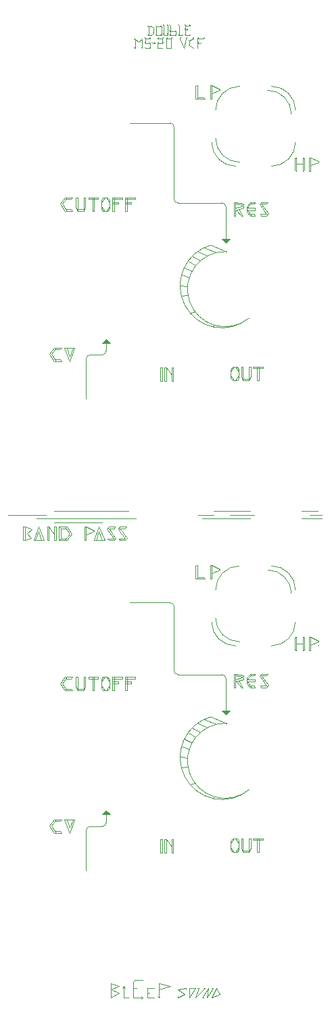
<source format=gto>
G04 #@! TF.GenerationSoftware,KiCad,Pcbnew,(6.0.0)*
G04 #@! TF.CreationDate,2022-01-31T13:07:59+01:00*
G04 #@! TF.ProjectId,MS20-VCF,4d533230-2d56-4434-962e-6b696361645f,rev?*
G04 #@! TF.SameCoordinates,Original*
G04 #@! TF.FileFunction,Legend,Top*
G04 #@! TF.FilePolarity,Positive*
%FSLAX46Y46*%
G04 Gerber Fmt 4.6, Leading zero omitted, Abs format (unit mm)*
G04 Created by KiCad (PCBNEW (6.0.0)) date 2022-01-31 13:07:59*
%MOMM*%
%LPD*%
G01*
G04 APERTURE LIST*
%ADD10C,0.120000*%
%ADD11C,0.100000*%
%ADD12O,6.700000X4.200000*%
G04 APERTURE END LIST*
D10*
X123500000Y-91000000D02*
X132750000Y-91000000D01*
X129500000Y-92500000D02*
X123500000Y-92500000D01*
X121250000Y-92000000D02*
X133750000Y-92000000D01*
X117750000Y-91500000D02*
X122500000Y-91500000D01*
X157000000Y-92000000D02*
X154500000Y-92000000D01*
X148000000Y-91000000D02*
X143500000Y-91000000D01*
X148000000Y-92000000D02*
X142000000Y-92000000D01*
X154500000Y-91000000D02*
X156500000Y-91000000D01*
X131600000Y-150500000D02*
X130600000Y-150100000D01*
X136400000Y-151700000D02*
X136600000Y-151900000D01*
X141200000Y-150700000D02*
X140400000Y-150700000D01*
X143800000Y-150700000D02*
X144200000Y-151500000D01*
X138100000Y-31900000D02*
X137500000Y-31900000D01*
X148900000Y-74700000D02*
X149100000Y-74700000D01*
X149100000Y-73200000D02*
X149600000Y-73200000D01*
X145800000Y-74700000D02*
X145600000Y-74400000D01*
X148900000Y-74700000D02*
X148900000Y-73000000D01*
X148400000Y-73200000D02*
X148900000Y-73200000D01*
X147100000Y-74500000D02*
X147900000Y-74500000D01*
X145600000Y-74100000D02*
X146000000Y-74700000D01*
X148100000Y-73000000D02*
X148100000Y-74200000D01*
X146900000Y-74200000D02*
X147100000Y-74700000D01*
X145600000Y-73300000D02*
X145800000Y-73000000D01*
X146400000Y-73000000D02*
X146600000Y-73300000D01*
X149600000Y-73200000D02*
X149600000Y-73000000D01*
X148900000Y-73200000D02*
X149100000Y-73200000D01*
X145600000Y-73600000D02*
X146000000Y-73000000D01*
X146400000Y-74700000D02*
X145800000Y-74700000D01*
X146600000Y-74100000D02*
X146200000Y-74700000D01*
X145800000Y-73000000D02*
X146400000Y-73000000D01*
X145600000Y-73300000D02*
X145600000Y-74400000D01*
X146600000Y-74400000D02*
X146600000Y-73300000D01*
X147100000Y-74700000D02*
X147900000Y-74700000D01*
X148400000Y-73000000D02*
X148400000Y-73200000D01*
X147900000Y-73000000D02*
X148100000Y-73000000D01*
X146200000Y-73000000D02*
X146600000Y-73600000D01*
X146600000Y-74400000D02*
X146400000Y-74700000D01*
X146900000Y-74200000D02*
X146900000Y-73000000D01*
X148900000Y-73000000D02*
X149100000Y-73000000D01*
X141200000Y-39500000D02*
X141200000Y-37900000D01*
X141400000Y-37800000D02*
X141400000Y-39500000D01*
X154600000Y-48500000D02*
X154800000Y-48400000D01*
X153600000Y-46900000D02*
X153800000Y-46800000D01*
X144200000Y-38300000D02*
X144200000Y-38400000D01*
X155400000Y-48500000D02*
X155600000Y-48500000D01*
X144200000Y-38400000D02*
X143200000Y-38800000D01*
X143000000Y-37800000D02*
X143200000Y-37800000D01*
X147000000Y-52800000D02*
X147000000Y-52900000D01*
X147000000Y-52900000D02*
X146200000Y-53100000D01*
X154600000Y-48500000D02*
X154600000Y-46800000D01*
D11*
X145000000Y-57500000D02*
X144500000Y-57000000D01*
X144500000Y-57000000D02*
X145500000Y-57000000D01*
X145500000Y-57000000D02*
X145000000Y-57500000D01*
G36*
X145000000Y-57500000D02*
G01*
X144500000Y-57000000D01*
X145500000Y-57000000D01*
X145000000Y-57500000D01*
G37*
X145000000Y-57500000D02*
X144500000Y-57000000D01*
X145500000Y-57000000D01*
X145000000Y-57500000D01*
D10*
X143200000Y-37800000D02*
X144200000Y-38300000D01*
X142200000Y-39300000D02*
X141400000Y-39300000D01*
X153600000Y-48400000D02*
X153800000Y-48500000D01*
X146200000Y-52600000D02*
X147000000Y-52800000D01*
X143000000Y-39500000D02*
X143000000Y-37800000D01*
X154600000Y-46800000D02*
X154800000Y-46900000D01*
X154800000Y-46900000D02*
X154800000Y-48400000D01*
X153600000Y-48400000D02*
X153600000Y-46900000D01*
X153800000Y-46800000D02*
X153800000Y-48500000D01*
X155600000Y-46800000D02*
X156600000Y-47300000D01*
X141200000Y-39500000D02*
X141400000Y-39500000D01*
X155600000Y-46800000D02*
X155600000Y-48500000D01*
X156600000Y-47300000D02*
X156600000Y-47400000D01*
X156600000Y-47400000D02*
X155600000Y-47800000D01*
X154600000Y-47600000D02*
X153800000Y-47600000D01*
X143000000Y-39500000D02*
X143200000Y-39500000D01*
X141200000Y-37900000D02*
X141400000Y-37800000D01*
X155400000Y-46800000D02*
X155600000Y-46800000D01*
X155400000Y-48500000D02*
X155400000Y-46800000D01*
X141400000Y-39500000D02*
X142400000Y-39500000D01*
X142400000Y-39500000D02*
X142200000Y-39300000D01*
X143200000Y-37800000D02*
X143200000Y-39500000D01*
X147200000Y-52600000D02*
X147200000Y-53100000D01*
X146600000Y-53300000D02*
X147100000Y-54100000D01*
X146000000Y-54100000D02*
X146200000Y-54100000D01*
X146200000Y-52400000D02*
X147200000Y-52600000D01*
X146000000Y-52400000D02*
X146200000Y-52400000D01*
X147200000Y-53100000D02*
X146200000Y-53400000D01*
X150200000Y-52400000D02*
X150100000Y-52600000D01*
X150200000Y-52400000D02*
X149400000Y-52400000D01*
X147100000Y-54100000D02*
X146900000Y-54100000D01*
X146900000Y-54100000D02*
X146300000Y-53400000D01*
X146000000Y-54100000D02*
X146000000Y-52400000D01*
X146200000Y-52400000D02*
X146200000Y-54100000D01*
X148200000Y-52400000D02*
X147600000Y-53200000D01*
X148600000Y-53100000D02*
X148600000Y-53300000D01*
X147600000Y-52900000D02*
X148000000Y-52400000D01*
X148000000Y-52400000D02*
X148600000Y-52400000D01*
X148100000Y-53900000D02*
X148500000Y-53900000D01*
X148500000Y-52600000D02*
X148600000Y-52400000D01*
X148600000Y-53400000D02*
X147700000Y-53400000D01*
X149200000Y-52700000D02*
X149600000Y-53200000D01*
X148400000Y-53100000D02*
X148600000Y-53100000D01*
X149700000Y-53400000D02*
X149600000Y-53200000D01*
X149900000Y-53300000D02*
X149800000Y-53100000D01*
X148000000Y-54100000D02*
X148600000Y-54100000D01*
X148100000Y-52600000D02*
X148500000Y-52600000D01*
X148600000Y-53300000D02*
X148600000Y-53400000D01*
X147600000Y-52900000D02*
X147600000Y-53600000D01*
X149300000Y-53900000D02*
X149400000Y-54100000D01*
X148500000Y-53900000D02*
X148600000Y-54100000D01*
X148200000Y-54100000D02*
X147600000Y-53300000D01*
X150100000Y-52600000D02*
X149400000Y-52600000D01*
X149400000Y-52400000D02*
X149200000Y-52700000D01*
X150300000Y-53800000D02*
X150100000Y-54100000D01*
X150100000Y-53900000D02*
X149300000Y-53900000D01*
X150100000Y-54100000D02*
X149400000Y-54100000D01*
X150100000Y-53900000D02*
X149700000Y-53400000D01*
X147700000Y-53100000D02*
X148400000Y-53100000D01*
X150300000Y-53800000D02*
X149900000Y-53300000D01*
X149400000Y-52600000D02*
X149800000Y-53100000D01*
X147600000Y-53600000D02*
X148000000Y-54100000D01*
X153200000Y-41400000D02*
G75*
G03*
X150200000Y-38400000I-3000001J-1D01*
G01*
X143700000Y-44400000D02*
G75*
G03*
X146700000Y-47400000I3000001J1D01*
G01*
X150700000Y-47900000D02*
G75*
G03*
X153700000Y-44900000I-1J3000001D01*
G01*
X143200000Y-44900000D02*
G75*
G03*
X146200000Y-47900000I3000001J1D01*
G01*
X146700000Y-37900000D02*
G75*
G03*
X143700000Y-40900000I1J-3000001D01*
G01*
X153700000Y-40900000D02*
G75*
G03*
X150700000Y-37900000I-3000001J-1D01*
G01*
X141100000Y-66100000D02*
X140500000Y-66200000D01*
X143500000Y-67800000D02*
X143400000Y-68000000D01*
X139400000Y-64100000D02*
X140200000Y-64000000D01*
X140414967Y-61816834D02*
X139500000Y-61500000D01*
X141200000Y-60300000D02*
X140300000Y-59800000D01*
X140200000Y-62900000D02*
X139300000Y-62800000D01*
X141800000Y-59700000D02*
X140800000Y-59200000D01*
X142700000Y-59100000D02*
X141500000Y-58600000D01*
X145100000Y-58600000D02*
X143085033Y-57783166D01*
X140700000Y-61000000D02*
X139800000Y-60600000D01*
X145085033Y-58583166D02*
G75*
G03*
X147880994Y-66910040I-200000J-4700000D01*
G01*
X143085033Y-57783165D02*
G75*
G03*
X147900000Y-66900000I1436612J-5071174D01*
G01*
X143800000Y-58700000D02*
X142300000Y-58100000D01*
X129500000Y-71500000D02*
G75*
G03*
X130000000Y-71000000I-1J500001D01*
G01*
X128000000Y-71500000D02*
G75*
G03*
X127500000Y-72000000I1J-500001D01*
G01*
X129500000Y-71500000D02*
X128000000Y-71500000D01*
X130000000Y-71000000D02*
X130000000Y-70000000D01*
X127500000Y-77000000D02*
X127500000Y-72000000D01*
D11*
X130500000Y-70000000D02*
X129500000Y-70000000D01*
X129500000Y-70000000D02*
X130000000Y-69500000D01*
X130000000Y-69500000D02*
X130500000Y-70000000D01*
G36*
X130500000Y-70000000D02*
G01*
X129500000Y-70000000D01*
X130000000Y-69500000D01*
X130500000Y-70000000D01*
G37*
X130500000Y-70000000D02*
X129500000Y-70000000D01*
X130000000Y-69500000D01*
X130500000Y-70000000D01*
D10*
X124250000Y-70800000D02*
X124450000Y-70600000D01*
X136800000Y-74800000D02*
X137000000Y-74800000D01*
X138200000Y-73100000D02*
X138400000Y-73100000D01*
X146900000Y-73000000D02*
X147100000Y-73000000D01*
X148100000Y-74200000D02*
X147900000Y-74700000D01*
X123650000Y-72100000D02*
X124250000Y-72100000D01*
X125450000Y-72300000D02*
X126050000Y-70600000D01*
X124750000Y-70600000D02*
X125450000Y-72300000D01*
X125050000Y-70600000D02*
X125450000Y-71700000D01*
X123450000Y-70600000D02*
X122850000Y-71400000D01*
X123650000Y-70800000D02*
X124250000Y-70800000D01*
X138200000Y-74000000D02*
X138200000Y-73100000D01*
X125450000Y-71700000D02*
X125850000Y-70600000D01*
X138200000Y-74800000D02*
X138200000Y-74000000D01*
X123750000Y-70600000D02*
X123150000Y-71400000D01*
X126050000Y-70600000D02*
X124750000Y-70600000D01*
X124450000Y-70600000D02*
X123450000Y-70600000D01*
X137000000Y-73100000D02*
X137000000Y-74800000D01*
X147900000Y-74700000D02*
X147900000Y-73000000D01*
X149600000Y-73000000D02*
X149100000Y-73000000D01*
X123450000Y-72300000D02*
X124450000Y-72300000D01*
X124250000Y-72100000D02*
X124450000Y-72300000D01*
X136800000Y-74800000D02*
X136800000Y-73100000D01*
X137300000Y-74800000D02*
X137500000Y-74800000D01*
X137500000Y-73100000D02*
X137500000Y-74800000D01*
X136800000Y-73100000D02*
X137000000Y-73100000D01*
X148900000Y-73000000D02*
X148400000Y-73000000D01*
X147100000Y-73000000D02*
X147100000Y-74700000D01*
X138400000Y-73100000D02*
X138400000Y-74800000D01*
X137500000Y-73100000D02*
X138200000Y-74000000D01*
X122850000Y-71400000D02*
X123450000Y-72300000D01*
X137300000Y-74800000D02*
X137300000Y-73100000D01*
X149100000Y-73000000D02*
X149100000Y-74700000D01*
X138400000Y-74800000D02*
X138200000Y-74800000D01*
X123150000Y-71400000D02*
X123750000Y-72300000D01*
X137300000Y-73100000D02*
X137500000Y-73100000D01*
X138500000Y-52000000D02*
X138500000Y-43000000D01*
X145000000Y-57000000D02*
X145000000Y-53000000D01*
X138500000Y-52000000D02*
G75*
G03*
X139000000Y-52500000I500001J1D01*
G01*
X145000000Y-53000000D02*
G75*
G03*
X144500000Y-52500000I-500001J-1D01*
G01*
X144500000Y-52500000D02*
X139000000Y-52500000D01*
X138000000Y-42500000D02*
X133000000Y-42500000D01*
X138500000Y-43000000D02*
G75*
G03*
X138000000Y-42500000I-500001J-1D01*
G01*
X138500000Y-103000000D02*
G75*
G03*
X138000000Y-102500000I-500001J-1D01*
G01*
X138500000Y-111000000D02*
X138500000Y-103000000D01*
X153700000Y-100900000D02*
G75*
G03*
X150700000Y-97900000I-3000001J-1D01*
G01*
X146700000Y-97900000D02*
G75*
G03*
X143700000Y-100900000I1J-3000001D01*
G01*
X143200000Y-104900000D02*
G75*
G03*
X146200000Y-107900000I3000001J1D01*
G01*
X150700000Y-107900000D02*
G75*
G03*
X153700000Y-104900000I-1J3000001D01*
G01*
X143700000Y-104400000D02*
G75*
G03*
X146700000Y-107400000I3000001J1D01*
G01*
X153200000Y-101400000D02*
G75*
G03*
X150200000Y-98400000I-3000001J-1D01*
G01*
X143200000Y-97800000D02*
X143200000Y-99500000D01*
X142400000Y-99500000D02*
X142200000Y-99300000D01*
X141400000Y-99500000D02*
X142400000Y-99500000D01*
X155400000Y-108500000D02*
X155400000Y-106800000D01*
X155400000Y-106800000D02*
X155600000Y-106800000D01*
X141200000Y-97900000D02*
X141400000Y-97800000D01*
X143000000Y-99500000D02*
X143200000Y-99500000D01*
X154600000Y-107600000D02*
X153800000Y-107600000D01*
X156600000Y-107400000D02*
X155600000Y-107800000D01*
X156600000Y-107800000D02*
X156600000Y-107900000D01*
X155600000Y-106800000D02*
X155600000Y-108500000D01*
X141200000Y-99500000D02*
X141400000Y-99500000D01*
X155600000Y-106800000D02*
X156600000Y-107300000D01*
X153800000Y-106800000D02*
X153800000Y-108500000D01*
X153600000Y-108400000D02*
X153600000Y-106900000D01*
X154800000Y-106900000D02*
X154800000Y-108400000D01*
X154600000Y-106800000D02*
X154800000Y-106900000D01*
X143000000Y-99500000D02*
X143000000Y-97800000D01*
X153600000Y-108400000D02*
X153800000Y-108500000D01*
X142200000Y-99300000D02*
X141400000Y-99300000D01*
X143200000Y-97800000D02*
X144200000Y-98300000D01*
X154600000Y-108500000D02*
X154600000Y-106800000D01*
X143000000Y-97800000D02*
X143200000Y-97800000D01*
X144200000Y-98400000D02*
X143200000Y-98800000D01*
X155400000Y-108500000D02*
X155600000Y-108500000D01*
X144200000Y-98300000D02*
X144200000Y-98400000D01*
X153600000Y-106900000D02*
X153800000Y-106800000D01*
X154600000Y-108500000D02*
X154800000Y-108400000D01*
X141400000Y-97800000D02*
X141400000Y-99500000D01*
X141200000Y-99500000D02*
X141200000Y-97900000D01*
X121500000Y-93600000D02*
X121100000Y-94700000D01*
X120900000Y-94700000D02*
X122200000Y-94700000D01*
X121500000Y-93000000D02*
X120900000Y-94700000D01*
X121900000Y-94700000D02*
X121500000Y-93600000D01*
X122200000Y-94700000D02*
X121500000Y-93000000D01*
X123500000Y-94700000D02*
X123500000Y-93900000D01*
X123700000Y-93000000D02*
X123700000Y-94700000D01*
X122600000Y-94700000D02*
X122800000Y-94700000D01*
X123700000Y-94700000D02*
X123500000Y-94700000D01*
X122600000Y-94700000D02*
X122600000Y-93000000D01*
X122600000Y-93000000D02*
X122800000Y-93000000D01*
X123500000Y-93900000D02*
X123500000Y-93000000D01*
X123500000Y-93000000D02*
X123700000Y-93000000D01*
X122800000Y-93000000D02*
X123500000Y-93900000D01*
X122800000Y-93000000D02*
X122800000Y-94700000D01*
X125100000Y-93000000D02*
X124100000Y-93000000D01*
X124100000Y-94700000D02*
X125100000Y-94700000D01*
X124900000Y-94500000D02*
X124300000Y-94500000D01*
X124300000Y-94500000D02*
X124100000Y-94700000D01*
X125100000Y-94700000D02*
X125700000Y-93900000D01*
X125700000Y-93900000D02*
X125100000Y-93000000D01*
X124800000Y-94700000D02*
X125400000Y-93900000D01*
X125400000Y-93900000D02*
X124800000Y-93000000D01*
X124300000Y-93200000D02*
X124300000Y-94500000D01*
X124100000Y-93000000D02*
X124100000Y-94700000D01*
X124900000Y-93200000D02*
X124300000Y-93200000D01*
X124300000Y-93200000D02*
X124100000Y-93000000D01*
X128500000Y-93500000D02*
X128500000Y-93600000D01*
X127300000Y-94700000D02*
X127500000Y-94700000D01*
X128500000Y-93600000D02*
X127500000Y-94000000D01*
X127500000Y-93000000D02*
X127500000Y-94700000D01*
X127500000Y-93000000D02*
X128500000Y-93500000D01*
X127300000Y-94700000D02*
X127300000Y-93000000D01*
X127300000Y-93000000D02*
X127500000Y-93000000D01*
X129100000Y-93600000D02*
X128700000Y-94700000D01*
X128500000Y-94700000D02*
X129800000Y-94700000D01*
X129100000Y-93000000D02*
X128500000Y-94700000D01*
X129500000Y-94700000D02*
X129100000Y-93600000D01*
X129800000Y-94700000D02*
X129100000Y-93000000D01*
X132400000Y-94500000D02*
X132000000Y-94000000D01*
X132500000Y-93000000D02*
X132400000Y-93200000D01*
X132400000Y-94700000D02*
X131700000Y-94700000D01*
X132600000Y-94400000D02*
X132400000Y-94700000D01*
X132500000Y-93000000D02*
X131700000Y-93000000D01*
X131600000Y-94500000D02*
X131700000Y-94700000D01*
X132400000Y-93200000D02*
X131700000Y-93200000D01*
X132600000Y-94400000D02*
X132200000Y-93900000D01*
X131500000Y-93300000D02*
X131900000Y-93800000D01*
X132000000Y-94000000D02*
X131900000Y-93800000D01*
X131700000Y-93200000D02*
X132100000Y-93700000D01*
X132400000Y-94500000D02*
X131600000Y-94500000D01*
X131700000Y-93000000D02*
X131500000Y-93300000D01*
X132200000Y-93900000D02*
X132100000Y-93700000D01*
X120100000Y-93800000D02*
X120700000Y-93300000D01*
X120700000Y-93300000D02*
X119800000Y-93000000D01*
X120600000Y-94400000D02*
X120100000Y-93800000D01*
X119800000Y-94700000D02*
X120600000Y-94400000D01*
X119600000Y-93000000D02*
X119800000Y-93000000D01*
X119800000Y-93000000D02*
X119800000Y-94700000D01*
X119600000Y-94700000D02*
X119600000Y-93000000D01*
X119600000Y-94700000D02*
X119800000Y-94700000D01*
X135700000Y-30400000D02*
X135300000Y-30400000D01*
X136900000Y-31500000D02*
X136800000Y-31400000D01*
X136900000Y-30400000D02*
X136800000Y-30300000D01*
X136300000Y-31500000D02*
X136200000Y-31400000D01*
X136300000Y-30400000D02*
X136200000Y-30300000D01*
X136900000Y-30400000D02*
X136300000Y-30400000D01*
X136300000Y-31500000D02*
X136900000Y-31500000D01*
X136300000Y-30400000D02*
X136300000Y-31500000D01*
X136900000Y-31500000D02*
X136900000Y-30400000D01*
X125000000Y-52000000D02*
X125600000Y-52000000D01*
X124200000Y-52600000D02*
X124800000Y-53500000D01*
X125000000Y-53300000D02*
X125600000Y-53300000D01*
X125800000Y-51800000D02*
X124800000Y-51800000D01*
X124500000Y-52600000D02*
X125100000Y-53500000D01*
X126200000Y-53000000D02*
X126400000Y-53500000D01*
X125600000Y-53300000D02*
X125800000Y-53500000D01*
X126400000Y-53300000D02*
X127200000Y-53300000D01*
X124800000Y-53500000D02*
X125800000Y-53500000D01*
X125600000Y-52000000D02*
X125800000Y-51800000D01*
X126400000Y-53500000D02*
X127200000Y-53500000D01*
X128300000Y-53500000D02*
X128300000Y-51800000D01*
X127400000Y-53000000D02*
X127200000Y-53500000D01*
X124800000Y-51800000D02*
X124200000Y-52600000D01*
X126200000Y-53000000D02*
X126200000Y-51800000D01*
X128300000Y-51800000D02*
X128500000Y-51800000D01*
X125100000Y-51800000D02*
X124500000Y-52600000D01*
X127800000Y-51800000D02*
X127800000Y-52000000D01*
X129600000Y-53500000D02*
X129400000Y-53200000D01*
X132400000Y-53500000D02*
X132400000Y-51800000D01*
X132400000Y-52000000D02*
X132600000Y-52000000D01*
X127200000Y-51800000D02*
X127400000Y-51800000D01*
X129400000Y-52100000D02*
X129600000Y-51800000D01*
X127400000Y-51800000D02*
X127400000Y-53000000D01*
X130400000Y-52900000D02*
X130000000Y-53500000D01*
X131500000Y-52600000D02*
X131500000Y-52400000D01*
X130200000Y-51800000D02*
X130400000Y-52100000D01*
X130000000Y-51800000D02*
X130400000Y-52400000D01*
X129400000Y-52100000D02*
X129400000Y-53200000D01*
X130800000Y-52600000D02*
X131500000Y-52600000D01*
X130400000Y-53200000D02*
X130200000Y-53500000D01*
X130800000Y-51800000D02*
X131000000Y-51800000D01*
X132400000Y-51800000D02*
X132600000Y-51800000D01*
X132600000Y-51800000D02*
X132600000Y-53500000D01*
X129000000Y-52000000D02*
X129000000Y-51800000D01*
X130200000Y-53500000D02*
X129600000Y-53500000D01*
X131000000Y-51800000D02*
X131000000Y-53500000D01*
X129000000Y-51800000D02*
X128500000Y-51800000D01*
X128300000Y-51800000D02*
X127800000Y-51800000D01*
X130400000Y-53200000D02*
X130400000Y-52100000D01*
X128500000Y-52000000D02*
X129000000Y-52000000D01*
X133600000Y-51800000D02*
X132600000Y-51800000D01*
X126400000Y-51800000D02*
X126400000Y-53500000D01*
X128300000Y-52000000D02*
X128500000Y-52000000D01*
X128500000Y-51800000D02*
X128500000Y-53500000D01*
X128300000Y-53500000D02*
X128500000Y-53500000D01*
X129600000Y-51800000D02*
X130200000Y-51800000D01*
X130800000Y-53500000D02*
X130800000Y-51800000D01*
X132600000Y-52000000D02*
X133600000Y-52000000D01*
X127200000Y-53500000D02*
X127200000Y-51800000D01*
X129400000Y-52900000D02*
X129800000Y-53500000D01*
X130800000Y-52000000D02*
X131000000Y-52000000D01*
X129400000Y-52400000D02*
X129800000Y-51800000D01*
X132400000Y-52600000D02*
X133100000Y-52600000D01*
X132000000Y-52000000D02*
X132000000Y-51800000D01*
X132000000Y-51800000D02*
X131000000Y-51800000D01*
X133100000Y-52400000D02*
X132400000Y-52400000D01*
X131000000Y-52000000D02*
X132000000Y-52000000D01*
X130800000Y-53500000D02*
X131000000Y-53500000D01*
X133600000Y-52000000D02*
X133600000Y-51800000D01*
X132400000Y-53500000D02*
X132600000Y-53500000D01*
X133100000Y-52600000D02*
X133100000Y-52400000D01*
X131500000Y-52400000D02*
X130800000Y-52400000D01*
X126200000Y-51800000D02*
X126400000Y-51800000D01*
X127800000Y-52000000D02*
X128300000Y-52000000D01*
X144500000Y-111500000D02*
X139000000Y-111500000D01*
X145000000Y-112000000D02*
G75*
G03*
X144500000Y-111500000I-500001J-1D01*
G01*
X145000000Y-116000000D02*
X145000000Y-112000000D01*
X138500000Y-111000000D02*
G75*
G03*
X139000000Y-111500000I500001J1D01*
G01*
X141200000Y-119300000D02*
X140300000Y-118800000D01*
X140414967Y-120816834D02*
X139500000Y-120500000D01*
X143085033Y-116783165D02*
G75*
G03*
X147900000Y-125900000I1436612J-5071174D01*
G01*
X140200000Y-121900000D02*
X139300000Y-121800000D01*
X139400000Y-123100000D02*
X140200000Y-123000000D01*
X145085033Y-117583166D02*
G75*
G03*
X147880994Y-125910040I-200000J-4700000D01*
G01*
X143500000Y-126800000D02*
X143400000Y-127000000D01*
X145100000Y-117600000D02*
X143085033Y-116783166D01*
X141800000Y-118700000D02*
X140800000Y-118200000D01*
X141100000Y-125100000D02*
X140500000Y-125200000D01*
X142700000Y-118100000D02*
X141500000Y-117600000D01*
X147600000Y-112600000D02*
X148000000Y-113100000D01*
X143800000Y-117700000D02*
X142300000Y-117100000D01*
X140700000Y-120000000D02*
X139800000Y-119600000D01*
X148100000Y-112900000D02*
X148500000Y-112900000D01*
X147200000Y-111600000D02*
X147200000Y-112100000D01*
X150300000Y-112800000D02*
X150100000Y-113100000D01*
X148500000Y-112900000D02*
X148600000Y-113100000D01*
X148600000Y-112400000D02*
X147700000Y-112400000D01*
X148500000Y-111600000D02*
X148600000Y-111400000D01*
X150200000Y-111400000D02*
X150100000Y-111600000D01*
X148600000Y-112300000D02*
X148600000Y-112400000D01*
X148100000Y-111600000D02*
X148500000Y-111600000D01*
X149200000Y-111700000D02*
X149600000Y-112200000D01*
X148200000Y-111400000D02*
X147600000Y-112200000D01*
X149700000Y-112400000D02*
X149600000Y-112200000D01*
X147100000Y-113100000D02*
X146900000Y-113100000D01*
X149400000Y-111600000D02*
X149800000Y-112100000D01*
X148000000Y-111400000D02*
X148600000Y-111400000D01*
X147200000Y-112100000D02*
X146200000Y-112400000D01*
X150300000Y-112800000D02*
X149900000Y-112300000D01*
X149300000Y-112900000D02*
X149400000Y-113100000D01*
X148000000Y-113100000D02*
X148600000Y-113100000D01*
X147700000Y-112100000D02*
X148400000Y-112100000D01*
X150100000Y-112900000D02*
X149700000Y-112400000D01*
X149400000Y-111400000D02*
X149200000Y-111700000D01*
X148200000Y-113100000D02*
X147600000Y-112300000D01*
X148400000Y-112100000D02*
X148600000Y-112100000D01*
X150200000Y-111400000D02*
X149400000Y-111400000D01*
X146200000Y-111400000D02*
X147200000Y-111600000D01*
X150100000Y-113100000D02*
X149400000Y-113100000D01*
X147600000Y-111900000D02*
X148000000Y-111400000D01*
X150100000Y-112900000D02*
X149300000Y-112900000D01*
X146600000Y-112300000D02*
X147100000Y-113100000D01*
X147600000Y-111900000D02*
X147600000Y-112600000D01*
X149900000Y-112300000D02*
X149800000Y-112100000D01*
X148600000Y-112100000D02*
X148600000Y-112300000D01*
X146200000Y-111400000D02*
X146200000Y-113100000D01*
X146900000Y-113100000D02*
X146300000Y-112400000D01*
X146000000Y-113100000D02*
X146200000Y-113100000D01*
X146000000Y-113100000D02*
X146000000Y-111400000D01*
X146000000Y-111400000D02*
X146200000Y-111400000D01*
X150100000Y-111600000D02*
X149400000Y-111600000D01*
X147000000Y-111900000D02*
X146200000Y-112100000D01*
X146200000Y-111600000D02*
X147000000Y-111800000D01*
D11*
X145000000Y-116500000D02*
X144500000Y-116000000D01*
X144500000Y-116000000D02*
X145500000Y-116000000D01*
X145500000Y-116000000D02*
X145000000Y-116500000D01*
G36*
X145000000Y-116500000D02*
G01*
X144500000Y-116000000D01*
X145500000Y-116000000D01*
X145000000Y-116500000D01*
G37*
X145000000Y-116500000D02*
X144500000Y-116000000D01*
X145500000Y-116000000D01*
X145000000Y-116500000D01*
D10*
X147000000Y-111800000D02*
X147000000Y-111900000D01*
X138000000Y-102500000D02*
X133000000Y-102500000D01*
X124800000Y-113500000D02*
X125800000Y-113500000D01*
X124500000Y-112600000D02*
X125100000Y-113500000D01*
X130400000Y-112900000D02*
X130000000Y-113500000D01*
X124200000Y-112600000D02*
X124800000Y-113500000D01*
X129400000Y-112100000D02*
X129400000Y-113200000D01*
X125600000Y-112000000D02*
X125800000Y-111800000D01*
X125800000Y-111800000D02*
X124800000Y-111800000D01*
X128300000Y-111800000D02*
X128500000Y-111800000D01*
X129000000Y-112000000D02*
X129000000Y-111800000D01*
X125000000Y-113300000D02*
X125600000Y-113300000D01*
X128300000Y-112000000D02*
X128500000Y-112000000D01*
X126400000Y-111800000D02*
X126400000Y-113500000D01*
X129600000Y-113500000D02*
X129400000Y-113200000D01*
X125000000Y-112000000D02*
X125600000Y-112000000D01*
X127400000Y-111800000D02*
X127400000Y-113000000D01*
X127800000Y-111800000D02*
X127800000Y-112000000D01*
X125600000Y-113300000D02*
X125800000Y-113500000D01*
X127200000Y-113500000D02*
X127200000Y-111800000D01*
X128500000Y-111800000D02*
X128500000Y-113500000D01*
X127400000Y-113000000D02*
X127200000Y-113500000D01*
X130400000Y-113200000D02*
X130400000Y-112100000D01*
X130200000Y-111800000D02*
X130400000Y-112100000D01*
X128500000Y-112000000D02*
X129000000Y-112000000D01*
X128300000Y-113500000D02*
X128300000Y-111800000D01*
X130000000Y-111800000D02*
X130400000Y-112400000D01*
X126400000Y-113300000D02*
X127200000Y-113300000D01*
X125100000Y-111800000D02*
X124500000Y-112600000D01*
X129600000Y-111800000D02*
X130200000Y-111800000D01*
X128300000Y-111800000D02*
X127800000Y-111800000D01*
X129400000Y-112100000D02*
X129600000Y-111800000D01*
X124800000Y-111800000D02*
X124200000Y-112600000D01*
X130200000Y-113500000D02*
X129600000Y-113500000D01*
X126200000Y-111800000D02*
X126400000Y-111800000D01*
X126200000Y-113000000D02*
X126200000Y-111800000D01*
X129400000Y-112900000D02*
X129800000Y-113500000D01*
X130400000Y-113200000D02*
X130200000Y-113500000D01*
X127800000Y-112000000D02*
X128300000Y-112000000D01*
X128300000Y-113500000D02*
X128500000Y-113500000D01*
X127200000Y-111800000D02*
X127400000Y-111800000D01*
X130800000Y-112000000D02*
X131000000Y-112000000D01*
X133600000Y-111800000D02*
X132600000Y-111800000D01*
X131500000Y-112600000D02*
X131500000Y-112400000D01*
X129400000Y-112400000D02*
X129800000Y-111800000D01*
X126400000Y-113500000D02*
X127200000Y-113500000D01*
X130800000Y-112600000D02*
X131500000Y-112600000D01*
X130800000Y-111800000D02*
X131000000Y-111800000D01*
X132400000Y-113500000D02*
X132400000Y-111800000D01*
X132000000Y-111800000D02*
X131000000Y-111800000D01*
X133100000Y-112400000D02*
X132400000Y-112400000D01*
X132400000Y-112000000D02*
X132600000Y-112000000D01*
X132400000Y-112600000D02*
X133100000Y-112600000D01*
X129000000Y-111800000D02*
X128500000Y-111800000D01*
X130800000Y-113500000D02*
X130800000Y-111800000D01*
X126200000Y-113000000D02*
X126400000Y-113500000D01*
X132400000Y-113500000D02*
X132600000Y-113500000D01*
X132400000Y-111800000D02*
X132600000Y-111800000D01*
X133600000Y-112000000D02*
X133600000Y-111800000D01*
X132600000Y-112000000D02*
X133600000Y-112000000D01*
X131000000Y-111800000D02*
X131000000Y-113500000D01*
X133100000Y-112600000D02*
X133100000Y-112400000D01*
X130800000Y-113500000D02*
X131000000Y-113500000D01*
X131000000Y-112000000D02*
X132000000Y-112000000D01*
X132000000Y-112000000D02*
X132000000Y-111800000D01*
X131500000Y-112400000D02*
X130800000Y-112400000D01*
X132600000Y-111800000D02*
X132600000Y-113500000D01*
X125050000Y-129600000D02*
X125450000Y-130700000D01*
X137300000Y-133800000D02*
X137500000Y-133800000D01*
X136800000Y-133800000D02*
X136800000Y-132100000D01*
X138200000Y-132100000D02*
X138400000Y-132100000D01*
X124250000Y-129800000D02*
X124450000Y-129600000D01*
X123650000Y-129800000D02*
X124250000Y-129800000D01*
X125450000Y-130700000D02*
X125850000Y-129600000D01*
X138400000Y-133800000D02*
X138200000Y-133800000D01*
X122850000Y-130400000D02*
X123450000Y-131300000D01*
X148900000Y-132000000D02*
X148400000Y-132000000D01*
X136800000Y-132100000D02*
X137000000Y-132100000D01*
X147900000Y-133700000D02*
X147900000Y-132000000D01*
X123750000Y-129600000D02*
X123150000Y-130400000D01*
X129500000Y-130500000D02*
X128000000Y-130500000D01*
X125450000Y-131300000D02*
X126050000Y-129600000D01*
X126050000Y-129600000D02*
X124750000Y-129600000D01*
X124750000Y-129600000D02*
X125450000Y-131300000D01*
X149100000Y-132000000D02*
X149100000Y-133700000D01*
D11*
X130500000Y-129000000D02*
X129500000Y-129000000D01*
X129500000Y-129000000D02*
X130000000Y-128500000D01*
X130000000Y-128500000D02*
X130500000Y-129000000D01*
G36*
X130500000Y-129000000D02*
G01*
X129500000Y-129000000D01*
X130000000Y-128500000D01*
X130500000Y-129000000D01*
G37*
X130500000Y-129000000D02*
X129500000Y-129000000D01*
X130000000Y-128500000D01*
X130500000Y-129000000D01*
D10*
X147100000Y-132000000D02*
X147100000Y-133700000D01*
X123450000Y-131300000D02*
X124450000Y-131300000D01*
X124450000Y-129600000D02*
X123450000Y-129600000D01*
X127500000Y-136000000D02*
X127500000Y-131000000D01*
X137300000Y-133800000D02*
X137300000Y-132100000D01*
X137500000Y-132100000D02*
X137500000Y-133800000D01*
X130000000Y-130000000D02*
X130000000Y-129000000D01*
X123150000Y-130400000D02*
X123750000Y-131300000D01*
X149600000Y-132000000D02*
X149100000Y-132000000D01*
X148100000Y-133200000D02*
X147900000Y-133700000D01*
X136800000Y-133800000D02*
X137000000Y-133800000D01*
X146900000Y-132000000D02*
X147100000Y-132000000D01*
X137000000Y-132100000D02*
X137000000Y-133800000D01*
X137300000Y-132100000D02*
X137500000Y-132100000D01*
X137500000Y-132100000D02*
X138200000Y-133000000D01*
X123650000Y-131100000D02*
X124250000Y-131100000D01*
X138200000Y-133800000D02*
X138200000Y-133000000D01*
X123450000Y-129600000D02*
X122850000Y-130400000D01*
X138400000Y-132100000D02*
X138400000Y-133800000D01*
X124250000Y-131100000D02*
X124450000Y-131300000D01*
X138200000Y-133000000D02*
X138200000Y-132100000D01*
X128000000Y-130500000D02*
G75*
G03*
X127500000Y-131000000I1J-500001D01*
G01*
X129500000Y-130500000D02*
G75*
G03*
X130000000Y-130000000I-1J500001D01*
G01*
X147100000Y-133700000D02*
X147900000Y-133700000D01*
X145800000Y-132000000D02*
X146400000Y-132000000D01*
X145600000Y-132600000D02*
X146000000Y-132000000D01*
X146200000Y-132000000D02*
X146600000Y-132600000D01*
X146600000Y-133400000D02*
X146600000Y-132300000D01*
X145600000Y-132300000D02*
X145600000Y-133400000D01*
X146400000Y-132000000D02*
X146600000Y-132300000D01*
X148900000Y-132000000D02*
X149100000Y-132000000D01*
X146400000Y-133700000D02*
X145800000Y-133700000D01*
X146600000Y-133400000D02*
X146400000Y-133700000D01*
X146600000Y-133100000D02*
X146200000Y-133700000D01*
X146900000Y-133200000D02*
X147100000Y-133700000D01*
X149600000Y-132200000D02*
X149600000Y-132000000D01*
X148400000Y-132000000D02*
X148400000Y-132200000D01*
X146900000Y-133200000D02*
X146900000Y-132000000D01*
X148900000Y-132200000D02*
X149100000Y-132200000D01*
X145600000Y-132300000D02*
X145800000Y-132000000D01*
X147900000Y-132000000D02*
X148100000Y-132000000D01*
X149100000Y-132200000D02*
X149600000Y-132200000D01*
X148900000Y-133700000D02*
X149100000Y-133700000D01*
X148100000Y-132000000D02*
X148100000Y-133200000D01*
X147100000Y-133500000D02*
X147900000Y-133500000D01*
X145600000Y-133100000D02*
X146000000Y-133700000D01*
X148400000Y-132200000D02*
X148900000Y-132200000D01*
X148900000Y-133700000D02*
X148900000Y-132000000D01*
X145800000Y-133700000D02*
X145600000Y-133400000D01*
X139100000Y-30300000D02*
X139100000Y-31500000D01*
X141400000Y-33100000D02*
X141400000Y-31900000D01*
X138100000Y-33100000D02*
X138100000Y-31900000D01*
X136600000Y-151900000D02*
X136600000Y-151700000D01*
X138000000Y-150500000D02*
X136600000Y-150900000D01*
X135700000Y-31500000D02*
X135600000Y-31400000D01*
X135500000Y-33100000D02*
X134900000Y-33100000D01*
X134500000Y-33100000D02*
X134400000Y-33000000D01*
X135500000Y-32500000D02*
X135500000Y-33100000D01*
X130800000Y-93900000D02*
X130700000Y-93700000D01*
X141400000Y-32500000D02*
X141500000Y-32400000D01*
X142800000Y-150700000D02*
X142000000Y-151900000D01*
X135700000Y-31500000D02*
X135900000Y-31300000D01*
X133800000Y-149700000D02*
X134600000Y-149700000D01*
X130600000Y-94000000D02*
X130500000Y-93800000D01*
X134900000Y-32500000D02*
X135500000Y-32500000D01*
X136400000Y-33100000D02*
X136500000Y-33000000D01*
X143400000Y-150700000D02*
X143200000Y-150700000D01*
X135800000Y-32500000D02*
X135700000Y-32400000D01*
X135900000Y-31300000D02*
X135900000Y-30600000D01*
X143500000Y-91500000D02*
X141500000Y-91500000D01*
X137200000Y-30300000D02*
X137200000Y-31500000D01*
X134100000Y-32400000D02*
X134000000Y-32300000D01*
X142600000Y-151900000D02*
X143400000Y-150700000D01*
X132200000Y-151900000D02*
X132800000Y-151900000D01*
X140400000Y-32200000D02*
X140300000Y-32100000D01*
X140400000Y-32800000D02*
X140900000Y-33100000D01*
X139900000Y-30800000D02*
X140200000Y-30800000D01*
X137700000Y-31500000D02*
X137700000Y-30300000D01*
X131200000Y-94400000D02*
X131000000Y-94700000D01*
X135500000Y-32500000D02*
X135300000Y-32400000D01*
X135200000Y-150700000D02*
X136000000Y-150700000D01*
X143800000Y-150700000D02*
X143200000Y-151900000D01*
X137000000Y-32500000D02*
X137000000Y-31900000D01*
X138100000Y-31900000D02*
X138200000Y-31800000D01*
X137700000Y-31500000D02*
X137600000Y-31300000D01*
X131200000Y-94400000D02*
X130800000Y-93900000D01*
X134900000Y-31900000D02*
X134800000Y-31800000D01*
X139700000Y-33100000D02*
X139800000Y-33000000D01*
X137700000Y-30300000D02*
X137600000Y-30200000D01*
X132200000Y-150500000D02*
X132200000Y-151900000D01*
X137200000Y-30300000D02*
X137100000Y-30200000D01*
X134900000Y-31900000D02*
X134900000Y-32500000D01*
X156500000Y-91500000D02*
X157000000Y-91500000D01*
X139700000Y-33100000D02*
X140000000Y-31900000D01*
X140900000Y-33100000D02*
X140800000Y-33000000D01*
X133400000Y-150100000D02*
X133400000Y-151900000D01*
X137500000Y-33100000D02*
X137600000Y-33000000D01*
X137500000Y-31900000D02*
X137600000Y-31800000D01*
X133600000Y-33100000D02*
X133500000Y-33000000D01*
X139900000Y-30300000D02*
X140500000Y-30300000D01*
X131000000Y-94700000D02*
X130300000Y-94700000D01*
X137000000Y-31900000D02*
X137100000Y-31800000D01*
X140000000Y-31900000D02*
X140100000Y-31800000D01*
X141200000Y-151900000D02*
X142400000Y-150700000D01*
X141400000Y-33100000D02*
X141500000Y-33000000D01*
X130200000Y-94500000D02*
X130300000Y-94700000D01*
X131100000Y-93000000D02*
X131000000Y-93200000D01*
X139000000Y-150900000D02*
X139800000Y-151500000D01*
X135900000Y-30600000D02*
X135700000Y-30400000D01*
X133600000Y-32000000D02*
X133500000Y-31900000D01*
X142200000Y-31900000D02*
X142300000Y-31800000D01*
X136400000Y-33100000D02*
X136400000Y-32500000D01*
X142000000Y-151900000D02*
X142200000Y-151900000D01*
X145500000Y-91500000D02*
X148500000Y-91500000D01*
X130300000Y-93000000D02*
X130100000Y-93300000D01*
X131100000Y-93000000D02*
X130300000Y-93000000D01*
X130100000Y-93300000D02*
X130500000Y-93800000D01*
X142400000Y-150700000D02*
X142200000Y-150700000D01*
X136600000Y-151900000D02*
X136800000Y-151700000D01*
X136400000Y-33100000D02*
X137000000Y-33100000D01*
X138000000Y-30300000D02*
X138000000Y-31500000D01*
X139100000Y-30300000D02*
X139000000Y-30200000D01*
X140400000Y-32800000D02*
X140300000Y-32700000D01*
X138700000Y-31000000D02*
X138600000Y-30900000D01*
X139900000Y-30300000D02*
X139800000Y-30200000D01*
X138000000Y-31500000D02*
X137900000Y-31400000D01*
X141400000Y-32500000D02*
X141800000Y-32500000D01*
X138000000Y-30300000D02*
X137900000Y-30200000D01*
X135900000Y-31300000D02*
X135800000Y-31200000D01*
X137500000Y-31900000D02*
X137500000Y-33100000D01*
X132200000Y-150500000D02*
X132400000Y-150700000D01*
X130600000Y-150100000D02*
X130600000Y-151900000D01*
X130600000Y-151900000D02*
X131600000Y-151300000D01*
X130300000Y-93200000D02*
X130700000Y-93700000D01*
X131000000Y-94500000D02*
X130200000Y-94500000D01*
X135500000Y-31900000D02*
X135400000Y-31800000D01*
X139100000Y-31500000D02*
X139000000Y-31400000D01*
X138000000Y-31000000D02*
X137900000Y-30900000D01*
X131000000Y-94500000D02*
X130600000Y-94000000D01*
X140200000Y-30800000D02*
X140100000Y-30700000D01*
X136100000Y-32500000D02*
X136000000Y-32400000D01*
X133800000Y-149700000D02*
G75*
G03*
X133400000Y-150100000I-1J-399999D01*
G01*
X135200000Y-151900000D02*
X136000000Y-151900000D01*
X139900000Y-31500000D02*
X139900000Y-30300000D01*
X139900000Y-31500000D02*
X140500000Y-31500000D01*
X139000000Y-151900000D02*
X139000000Y-151700000D01*
X133600000Y-32000000D02*
X134100000Y-32400000D01*
X139200000Y-31900000D02*
X139300000Y-31800000D01*
X141600000Y-150700000D02*
X141400000Y-150700000D01*
X135300000Y-31500000D02*
X135200000Y-31400000D01*
X135200000Y-150700000D02*
X135200000Y-151900000D01*
X133400000Y-151900000D02*
X134600000Y-151900000D01*
X139800000Y-151500000D02*
X139000000Y-151900000D01*
X132200000Y-150500000D02*
X132000000Y-150700000D01*
X134900000Y-33100000D02*
X134800000Y-33000000D01*
X137200000Y-31500000D02*
X137700000Y-31500000D01*
X139900000Y-30800000D02*
X139800000Y-30700000D01*
X136600000Y-150100000D02*
X136600000Y-151900000D01*
X139900000Y-31500000D02*
X139800000Y-31400000D01*
X135300000Y-31500000D02*
X135300000Y-30400000D01*
X134900000Y-32500000D02*
X134800000Y-32400000D01*
X140500000Y-31500000D02*
X140400000Y-31400000D01*
X134500000Y-32000000D02*
X134400000Y-31900000D01*
X135200000Y-151300000D02*
X135400000Y-151300000D01*
X140400000Y-150700000D02*
X140400000Y-151900000D01*
X135500000Y-31900000D02*
X134900000Y-31900000D01*
X140400000Y-32200000D02*
X140400000Y-32800000D01*
X139100000Y-31500000D02*
X139600000Y-31500000D01*
X141400000Y-31900000D02*
X142200000Y-31900000D01*
X138000000Y-31500000D02*
X138700000Y-31500000D01*
X138100000Y-33100000D02*
X138200000Y-33000000D01*
X136600000Y-150100000D02*
X138000000Y-150500000D01*
X135500000Y-33100000D02*
X135400000Y-33000000D01*
X135300000Y-30400000D02*
X135200000Y-30300000D01*
X133600000Y-32000000D02*
X133600000Y-33100000D01*
X138700000Y-31500000D02*
X138700000Y-31000000D01*
X134100000Y-32400000D02*
X134500000Y-32000000D01*
X140000000Y-150700000D02*
X139000000Y-150900000D01*
X136400000Y-31900000D02*
X136500000Y-31800000D01*
X140500000Y-30300000D02*
X140400000Y-30200000D01*
X140000000Y-150700000D02*
X140000000Y-150900000D01*
X137000000Y-33100000D02*
X137100000Y-33000000D01*
X141800000Y-32500000D02*
X141900000Y-32400000D01*
X137000000Y-32500000D02*
X137100000Y-32400000D01*
X140900000Y-31900000D02*
X140400000Y-32200000D01*
X137000000Y-31900000D02*
X136400000Y-31900000D01*
X139700000Y-33100000D02*
X139200000Y-31900000D01*
X136400000Y-32500000D02*
X137000000Y-32500000D01*
X141600000Y-150700000D02*
X141200000Y-151900000D01*
X134600000Y-151900000D02*
X134400000Y-151700000D01*
X140900000Y-31900000D02*
X140800000Y-31800000D01*
X134500000Y-32000000D02*
X134500000Y-33100000D01*
X131600000Y-151300000D02*
X130600000Y-150900000D01*
X141400000Y-31900000D02*
X141500000Y-31800000D01*
X135300000Y-31500000D02*
X135700000Y-31500000D01*
X135700000Y-30400000D02*
X135600000Y-30300000D01*
X134600000Y-151900000D02*
X134400000Y-152100000D01*
X138700000Y-31500000D02*
X138600000Y-31400000D01*
X133400000Y-150700000D02*
X133800000Y-150700000D01*
X143200000Y-151900000D02*
X144200000Y-151500000D01*
X135800000Y-32500000D02*
X136100000Y-32500000D01*
X131000000Y-93200000D02*
X130300000Y-93200000D01*
X135900000Y-30600000D02*
X135800000Y-30500000D01*
X155500000Y-91500000D02*
X156500000Y-91500000D01*
X142800000Y-150700000D02*
X142600000Y-151900000D01*
X139600000Y-31500000D02*
X139500000Y-31400000D01*
X137500000Y-33100000D02*
X138100000Y-33100000D01*
X138700000Y-31000000D02*
X138000000Y-31000000D01*
X136400000Y-32500000D02*
X136500000Y-32400000D01*
X130600000Y-150900000D02*
X131600000Y-150500000D01*
X140400000Y-151900000D02*
X141200000Y-150700000D01*
X137200000Y-31500000D02*
X137100000Y-31300000D01*
%LPC*%
D11*
X149000000Y-89000000D02*
X154000000Y-89000000D01*
X154000000Y-89000000D02*
X154000000Y-94000000D01*
X154000000Y-94000000D02*
X149000000Y-94000000D01*
X149000000Y-94000000D02*
X149000000Y-89000000D01*
G36*
X154000000Y-94000000D02*
G01*
X149000000Y-94000000D01*
X149000000Y-89000000D01*
X154000000Y-89000000D01*
X154000000Y-94000000D01*
G37*
X154000000Y-94000000D02*
X149000000Y-94000000D01*
X149000000Y-89000000D01*
X154000000Y-89000000D01*
X154000000Y-94000000D01*
D12*
X126500000Y-28000000D03*
X148500000Y-28000000D03*
X148500000Y-155000000D03*
X126500000Y-155000000D03*
M02*

</source>
